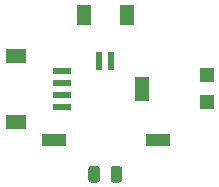
<source format=gts>
%TF.GenerationSoftware,KiCad,Pcbnew,(5.1.8-0-10_14)*%
%TF.CreationDate,2021-04-23T14:11:37-04:00*%
%TF.ProjectId,Custom_Piezo_Sensor_PCB,43757374-6f6d-45f5-9069-657a6f5f5365,rev?*%
%TF.SameCoordinates,Original*%
%TF.FileFunction,Soldermask,Top*%
%TF.FilePolarity,Negative*%
%FSLAX46Y46*%
G04 Gerber Fmt 4.6, Leading zero omitted, Abs format (unit mm)*
G04 Created by KiCad (PCBNEW (5.1.8-0-10_14)) date 2021-04-23 14:11:37*
%MOMM*%
%LPD*%
G01*
G04 APERTURE LIST*
%ADD10R,1.800000X1.200000*%
%ADD11R,1.550000X0.600000*%
%ADD12R,0.600000X1.550000*%
%ADD13R,1.200000X1.800000*%
%ADD14R,1.300000X1.300000*%
%ADD15R,1.300000X2.000000*%
%ADD16R,2.000000X1.100000*%
G04 APERTURE END LIST*
%TO.C,D1*%
G36*
G01*
X149550000Y-156782750D02*
X149550000Y-157695250D01*
G75*
G02*
X149306250Y-157939000I-243750J0D01*
G01*
X148818750Y-157939000D01*
G75*
G02*
X148575000Y-157695250I0J243750D01*
G01*
X148575000Y-156782750D01*
G75*
G02*
X148818750Y-156539000I243750J0D01*
G01*
X149306250Y-156539000D01*
G75*
G02*
X149550000Y-156782750I0J-243750D01*
G01*
G37*
G36*
G01*
X151425000Y-156782750D02*
X151425000Y-157695250D01*
G75*
G02*
X151181250Y-157939000I-243750J0D01*
G01*
X150693750Y-157939000D01*
G75*
G02*
X150450000Y-157695250I0J243750D01*
G01*
X150450000Y-156782750D01*
G75*
G02*
X150693750Y-156539000I243750J0D01*
G01*
X151181250Y-156539000D01*
G75*
G02*
X151425000Y-156782750I0J-243750D01*
G01*
G37*
%TD*%
D10*
%TO.C,J2*%
X142430800Y-152800000D03*
X142430800Y-147200000D03*
D11*
X146305800Y-149500000D03*
X146305800Y-148500000D03*
X146305800Y-150500000D03*
X146305800Y-151516000D03*
%TD*%
D12*
%TO.C,J1*%
X150500000Y-147652000D03*
X149500000Y-147652000D03*
D13*
X151800000Y-143777000D03*
X148200000Y-143777000D03*
%TD*%
D14*
%TO.C,VR1*%
X158592000Y-151150000D03*
X158592000Y-148850000D03*
D15*
X153092000Y-150000000D03*
%TD*%
D16*
%TO.C,SW1*%
X154450800Y-154318000D03*
X145650800Y-154318000D03*
%TD*%
M02*

</source>
